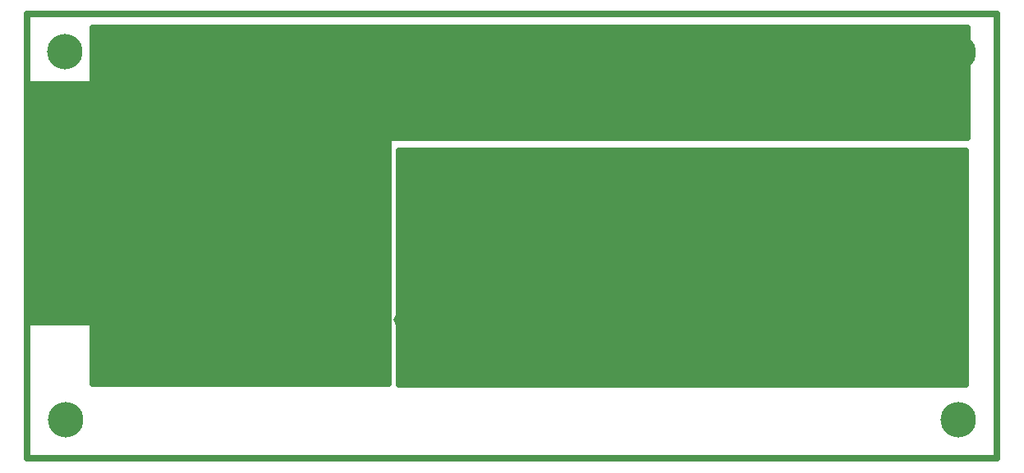
<source format=gbr>
%FSLAX23Y23*%
%MOIN*%
G04 EasyPC Gerber Version 12.0.1 Build 2704 *
%ADD126R,0.08000X0.08000*%
%ADD86C,0.02500*%
%ADD87C,0.03000*%
%ADD127C,0.05189*%
%ADD92C,0.05200*%
%ADD125C,0.08000*%
%ADD124C,0.14402*%
X0Y0D02*
D02*
D86*
X3Y3D02*
X3937D01*
Y1811*
X3*
Y3*
X268Y1756D02*
Y1524D01*
X18*
Y558*
X268*
Y308*
X1468*
Y1308*
X3818*
Y1756*
X268*
X46Y1413D02*
X47Y1422D01*
X52Y1430*
X59Y1436*
X67Y1439*
X76*
X84Y1436*
X91Y1430*
X95Y1422*
X97Y1413*
X95Y1405*
X91Y1397*
X84Y1391*
X76Y1388*
X67*
X59Y1391*
X52Y1397*
X47Y1405*
X46Y1413*
X184Y812D02*
X186Y820D01*
X190Y828*
X196Y835*
X204Y839*
X213Y840*
X222Y839*
X230Y835*
X236Y828*
X240Y820*
X241Y812*
X240Y803*
X236Y795*
X230Y789*
X222Y785*
X213Y783*
X204Y785*
X196Y789*
X190Y795*
X186Y803*
X184Y812*
X230Y1272D02*
X231Y1281D01*
X235Y1288*
X242Y1295*
X250Y1299*
X258Y1300*
X267Y1299*
X275Y1295*
X281Y1288*
X285Y1281*
X287Y1272*
X285Y1263*
X281Y1255*
X275Y1249*
X267Y1245*
X258Y1243*
X250Y1245*
X242Y1249*
X235Y1255*
X231Y1263*
X230Y1272*
X296Y1189D02*
X297Y1198D01*
X302Y1205*
X309Y1211*
X317Y1214*
X326*
X334Y1211*
X341Y1205*
X345Y1198*
X347Y1189*
X345Y1180*
X341Y1173*
X334Y1167*
X326Y1164*
X317*
X309Y1167*
X302Y1173*
X297Y1180*
X296Y1189*
X383Y1323D02*
X384Y1332D01*
X389Y1339*
X395Y1345*
X404Y1348*
X412*
X421Y1345*
X428Y1339*
X432Y1332*
X433Y1323*
X432Y1314*
X428Y1307*
X421Y1301*
X412Y1298*
X404*
X395Y1301*
X389Y1307*
X384Y1314*
X383Y1323*
X398Y1607D02*
X393Y1600D01*
X386Y1595*
X377Y1593*
X369Y1594*
X361Y1597*
X355Y1603*
X351Y1611*
X350Y1619*
X351Y1627*
X355Y1635*
X362Y1640*
X369Y1644*
X378Y1644*
X386Y1642*
X393Y1637*
X398Y1630*
X403Y1637*
X409Y1643*
X417Y1646*
X426Y1647*
X434Y1645*
X441Y1640*
X447Y1634*
X451Y1627*
X452Y1618*
X451Y1610*
X447Y1602*
X441Y1596*
X434Y1592*
X425Y1590*
X417Y1591*
X409Y1594*
X402Y1599*
X398Y1607*
X418Y1366D02*
X420Y1375D01*
X424Y1383*
X431Y1388*
X439Y1391*
X448*
X456Y1388*
X463Y1383*
X467Y1375*
X469Y1366*
X467Y1358*
X463Y1350*
X456Y1344*
X448Y1341*
X439*
X431Y1344*
X424Y1350*
X420Y1358*
X418Y1366*
X423Y1280D02*
X424Y1288D01*
X428Y1296*
X435Y1303*
X443Y1307*
X451Y1308*
X460Y1307*
X468Y1303*
X474Y1296*
X478Y1288*
X480Y1280*
X478Y1271*
X474Y1263*
X468Y1257*
X460Y1253*
X451Y1251*
X443Y1253*
X435Y1257*
X428Y1263*
X424Y1271*
X423Y1280*
X424Y772D02*
X434Y771D01*
X444Y767*
X452Y761*
X458Y753*
X462Y743*
X463Y733*
X462Y723*
X458Y713*
X452Y705*
X444Y699*
X434Y695*
X424Y693*
X414Y695*
X404Y699*
X396Y705*
X390Y713*
X386Y723*
X384Y733*
X386Y743*
X390Y753*
X396Y761*
X404Y767*
X414Y771*
X424Y772*
X509Y1284D02*
X510Y1292D01*
X515Y1300*
X521Y1306*
X530Y1309*
X538*
X547Y1306*
X553Y1300*
X558Y1292*
X559Y1284*
X558Y1275*
X553Y1267*
X547Y1262*
X538Y1258*
X530*
X521Y1262*
X515Y1267*
X510Y1275*
X509Y1284*
X524Y772D02*
X534Y771D01*
X544Y767*
X552Y761*
X558Y753*
X562Y743*
X563Y733*
X562Y723*
X558Y713*
X552Y705*
X544Y699*
X534Y695*
X524Y693*
X514Y695*
X504Y699*
X496Y705*
X490Y713*
X486Y723*
X484Y733*
X486Y743*
X490Y753*
X496Y761*
X504Y767*
X514Y771*
X524Y772*
X530Y851D02*
X519Y852D01*
X510Y856*
X502Y863*
X495Y871*
X492Y880*
X490Y890*
X492Y901*
X495Y910*
X502Y918*
X510Y925*
X519Y929*
X530Y930*
X540Y929*
X549Y925*
X558Y918*
X564Y910*
X568Y901*
X569Y890*
X568Y880*
X564Y871*
X558Y862*
X549Y856*
X540Y852*
X530Y851*
X556Y1402D02*
X557Y1410D01*
X562Y1418*
X569Y1424*
X577Y1427*
X586*
X594Y1424*
X601Y1418*
X605Y1410*
X607Y1402*
X605Y1393*
X601Y1385*
X594Y1380*
X586Y1377*
X577*
X569Y1380*
X562Y1385*
X557Y1393*
X556Y1402*
Y1457D02*
X557Y1465D01*
X562Y1473*
X569Y1479*
X577Y1482*
X586*
X594Y1479*
X601Y1473*
X605Y1465*
X607Y1457*
X605Y1448*
X601Y1440*
X594Y1435*
X586Y1432*
X577*
X569Y1435*
X562Y1440*
X557Y1448*
X556Y1457*
X588Y953D02*
X590Y962D01*
X594Y970*
X600Y976*
X608Y980*
X617Y981*
X625Y980*
X633Y976*
X640Y970*
X644Y962*
X645Y953*
X644Y944*
X640Y936*
X633Y930*
X625Y926*
X617Y924*
X608Y926*
X600Y930*
X594Y936*
X590Y944*
X588Y953*
X622Y575D02*
X624Y584D01*
X628Y592*
X634Y598*
X642Y603*
X651Y604*
X660Y603*
X668Y598*
X674Y592*
X678Y584*
X679Y575*
X678Y567*
X674Y559*
X668Y552*
X660Y548*
X651Y547*
X642Y548*
X634Y552*
X628Y559*
X624Y567*
X622Y575*
X645Y1599D02*
X647Y1608D01*
X651Y1615*
X658Y1621*
X666Y1624*
X675*
X683Y1621*
X690Y1615*
X695Y1608*
X696Y1599*
X695Y1590*
X690Y1583*
X683Y1577*
X675Y1574*
X666*
X658Y1577*
X651Y1583*
X647Y1590*
X645Y1599*
X666Y380D02*
X668Y389D01*
X672Y396*
X679Y402*
X687Y405*
X696*
X704Y402*
X711Y396*
X715Y389*
X717Y380*
X715Y371*
X711Y364*
X704Y358*
X696Y355*
X687*
X679Y358*
X672Y364*
X668Y371*
X666Y380*
X701Y1461D02*
X703Y1470D01*
X707Y1478*
X713Y1484*
X721Y1488*
X730Y1490*
X738Y1488*
X746Y1484*
X753Y1478*
X757Y1470*
X758Y1461*
X757Y1453*
X753Y1445*
X746Y1438*
X738Y1434*
X730Y1433*
X721Y1434*
X713Y1438*
X707Y1445*
X703Y1453*
X701Y1461*
X704Y1520D02*
X706Y1529D01*
X710Y1537*
X717Y1542*
X725Y1545*
X734*
X742Y1542*
X749Y1537*
X754Y1529*
X755Y1520*
X754Y1512*
X749Y1504*
X742Y1498*
X734Y1495*
X725*
X717Y1498*
X710Y1504*
X706Y1512*
X704Y1520*
X730Y851D02*
X719Y852D01*
X710Y856*
X702Y863*
X695Y871*
X692Y880*
X690Y890*
X692Y901*
X695Y910*
X702Y918*
X710Y925*
X719Y929*
X730Y930*
X740Y929*
X749Y925*
X758Y918*
X764Y910*
X768Y901*
X769Y890*
X768Y880*
X764Y871*
X758Y862*
X749Y856*
X740Y852*
X730Y851*
X918Y949D02*
X919Y958D01*
X923Y966*
X929Y972*
X937Y977*
X946Y978*
X955Y977*
X963Y972*
X969Y966*
X973Y958*
X975Y949*
X973Y941*
X969Y933*
X963Y926*
X955Y922*
X946Y921*
X937Y922*
X929Y926*
X923Y933*
X919Y941*
X918Y949*
X926Y1638D02*
Y1717D01*
X1005*
Y1638*
X926*
X1026D02*
Y1717D01*
X1105*
Y1638*
X1026*
X1126D02*
Y1717D01*
X1205*
Y1638*
X1126*
X1223Y1635D02*
Y1720D01*
X1308*
Y1635*
X1223*
X1275Y910D02*
X1277Y919D01*
X1281Y926*
X1288Y932*
X1296Y935*
X1305*
X1313Y932*
X1320Y926*
X1324Y919*
X1326Y910*
X1324Y901*
X1320Y894*
X1313Y888*
X1305Y885*
X1296*
X1288Y888*
X1281Y894*
X1277Y901*
X1275Y910*
X1346Y1048D02*
X1347Y1057D01*
X1351Y1065*
X1358Y1071*
X1366Y1075*
X1374Y1076*
X1383Y1075*
X1391Y1071*
X1397Y1065*
X1401Y1057*
X1403Y1048*
X1401Y1039*
X1397Y1031*
X1391Y1025*
X1383Y1021*
X1374Y1019*
X1366Y1021*
X1358Y1025*
X1351Y1031*
X1347Y1039*
X1346Y1048*
X1558Y1720D02*
Y1635D01*
X1473*
Y1720*
X1558*
X1655Y1717D02*
Y1638D01*
X1576*
Y1717*
X1655*
X1912Y1720D02*
Y1635D01*
X1827*
Y1720*
X1912*
X2009Y1717D02*
Y1638D01*
X1930*
Y1717*
X2009*
X2267Y1720D02*
Y1635D01*
X2182*
Y1720*
X2267*
X2364Y1717D02*
Y1638D01*
X2285*
Y1717*
X2364*
X2621Y1720D02*
Y1635D01*
X2536*
Y1720*
X2621*
X2718Y1717D02*
Y1638D01*
X2639*
Y1717*
X2718*
X2956Y1720D02*
Y1635D01*
X2871*
Y1720*
X2956*
X3053Y1717D02*
Y1638D01*
X2974*
Y1717*
X3053*
X3512Y1716D02*
Y1631D01*
X3427*
Y1716*
X3512*
X3609Y1713D02*
Y1634D01*
X3530*
Y1713*
X3609*
X268Y330D02*
X1468D01*
X268Y353D02*
X1468D01*
X268Y376D02*
X666D01*
X717D02*
X1468D01*
X268Y399D02*
X674D01*
X709D02*
X1468D01*
X268Y422D02*
X1468D01*
X268Y445D02*
X1468D01*
X268Y468D02*
X1468D01*
X268Y491D02*
X1468D01*
X268Y514D02*
X1468D01*
X268Y537D02*
X1468D01*
X18Y560D02*
X627D01*
X675D02*
X1468D01*
X18Y583D02*
X623D01*
X678D02*
X1468D01*
X18Y606D02*
X1468D01*
X18Y629D02*
X1468D01*
X18Y652D02*
X1468D01*
X18Y675D02*
X1468D01*
X18Y698D02*
X406D01*
X442D02*
X506D01*
X542D02*
X1468D01*
X18Y721D02*
X386D01*
X461D02*
X486D01*
X561D02*
X1468D01*
X18Y744D02*
X386D01*
X462D02*
X486D01*
X562D02*
X1468D01*
X18Y767D02*
X403D01*
X444D02*
X503D01*
X544D02*
X1468D01*
X18Y790D02*
X195D01*
X231D02*
X1468D01*
X18Y813D02*
X185D01*
X241D02*
X1468D01*
X18Y836D02*
X198D01*
X228D02*
X1468D01*
X18Y859D02*
X506D01*
X553D02*
X706D01*
X753D02*
X1468D01*
X18Y882D02*
X491D01*
X568D02*
X691D01*
X768D02*
X1468D01*
X18Y905D02*
X493D01*
X566D02*
X693D01*
X766D02*
X1276D01*
X1325D02*
X1468D01*
X18Y928D02*
X517D01*
X543D02*
X603D01*
X630D02*
X717D01*
X743D02*
X928D01*
X964D02*
X1282D01*
X1319D02*
X1468D01*
X18Y951D02*
X588D01*
X645D02*
X918D01*
X975D02*
X1468D01*
X18Y974D02*
X597D01*
X636D02*
X931D01*
X961D02*
X1468D01*
X18Y997D02*
X1468D01*
X18Y1020D02*
X1371D01*
X1378D02*
X1468D01*
X18Y1043D02*
X1346D01*
X1402D02*
X1468D01*
X18Y1066D02*
X1352D01*
X1397D02*
X1468D01*
X18Y1089D02*
X1468D01*
X18Y1112D02*
X1468D01*
X18Y1135D02*
X1468D01*
X18Y1158D02*
X1468D01*
X18Y1181D02*
X297D01*
X345D02*
X1468D01*
X18Y1204D02*
X301D01*
X342D02*
X1468D01*
X18Y1227D02*
X1468D01*
X18Y1250D02*
X240D01*
X276D02*
X1468D01*
X18Y1273D02*
X230D01*
X287D02*
X424D01*
X479D02*
X511D01*
X557D02*
X1468D01*
X18Y1296D02*
X243D01*
X274D02*
X428D01*
X475D02*
X512D01*
X556D02*
X1468D01*
X18Y1319D02*
X383D01*
X433D02*
X3818D01*
X18Y1342D02*
X391D01*
X425D02*
X437D01*
X450D02*
X3818D01*
X18Y1365D02*
X418D01*
X469D02*
X3818D01*
X18Y1388D02*
X430D01*
X457D02*
X560D01*
X603D02*
X3818D01*
X18Y1411D02*
X46D01*
X97D02*
X557D01*
X605D02*
X3818D01*
X18Y1434D02*
X56D01*
X87D02*
X570D01*
X592D02*
X723D01*
X737D02*
X3818D01*
X18Y1457D02*
X556D01*
X607D02*
X702D01*
X758D02*
X3818D01*
X18Y1480D02*
X570D01*
X592D02*
X708D01*
X751D02*
X3818D01*
X18Y1503D02*
X711D01*
X748D02*
X3818D01*
X268Y1526D02*
X705D01*
X755D02*
X3818D01*
X268Y1549D02*
X3818D01*
X268Y1572D02*
X3818D01*
X268Y1595D02*
X367D01*
X384D02*
X408D01*
X440D02*
X646D01*
X696D02*
X3818D01*
X268Y1618D02*
X350D01*
X452D02*
X653D01*
X688D02*
X3818D01*
X268Y1641D02*
X362D01*
X388D02*
X406D01*
X441D02*
X926D01*
X1005D02*
X1026D01*
X1105D02*
X1126D01*
X1205D02*
X1223D01*
X1308D02*
X1473D01*
X1558D02*
X1576D01*
X1655D02*
X1827D01*
X1912D02*
X1930D01*
X2009D02*
X2182D01*
X2267D02*
X2285D01*
X2364D02*
X2536D01*
X2621D02*
X2639D01*
X2718D02*
X2871D01*
X2956D02*
X2974D01*
X3053D02*
X3427D01*
X3512D02*
X3530D01*
X3609D02*
X3818D01*
X268Y1664D02*
X926D01*
X1005D02*
X1026D01*
X1105D02*
X1126D01*
X1205D02*
X1223D01*
X1308D02*
X1473D01*
X1558D02*
X1576D01*
X1655D02*
X1827D01*
X1912D02*
X1930D01*
X2009D02*
X2182D01*
X2267D02*
X2285D01*
X2364D02*
X2536D01*
X2621D02*
X2639D01*
X2718D02*
X2871D01*
X2956D02*
X2974D01*
X3053D02*
X3427D01*
X3512D02*
X3530D01*
X3609D02*
X3818D01*
X268Y1687D02*
X926D01*
X1005D02*
X1026D01*
X1105D02*
X1126D01*
X1205D02*
X1223D01*
X1308D02*
X1473D01*
X1558D02*
X1576D01*
X1655D02*
X1827D01*
X1912D02*
X1930D01*
X2009D02*
X2182D01*
X2267D02*
X2285D01*
X2364D02*
X2536D01*
X2621D02*
X2639D01*
X2718D02*
X2871D01*
X2956D02*
X2974D01*
X3053D02*
X3427D01*
X3512D02*
X3530D01*
X3609D02*
X3818D01*
X268Y1710D02*
X926D01*
X1005D02*
X1026D01*
X1105D02*
X1126D01*
X1205D02*
X1223D01*
X1308D02*
X1473D01*
X1558D02*
X1576D01*
X1655D02*
X1827D01*
X1912D02*
X1930D01*
X2009D02*
X2182D01*
X2267D02*
X2285D01*
X2364D02*
X2536D01*
X2621D02*
X2639D01*
X2718D02*
X2871D01*
X2956D02*
X2974D01*
X3053D02*
X3427D01*
X3512D02*
X3530D01*
X3609D02*
X3818D01*
X268Y1733D02*
X3818D01*
X1512Y542D02*
Y306D01*
X3812*
Y1256*
X1512*
Y592*
X1520Y592*
X1528Y588*
X1534Y583*
X1538Y575*
X1540Y567*
X1538Y559*
X1534Y551*
X1528Y546*
X1520Y542*
X1512Y542*
X1536Y536D02*
X1538Y544D01*
X1542Y552*
X1549Y558*
X1557Y561*
X1566*
X1574Y558*
X1581Y552*
X1585Y544*
X1587Y536*
X1585Y527*
X1581Y519*
X1574Y513*
X1566Y510*
X1557*
X1549Y513*
X1542Y519*
X1538Y527*
X1536Y536*
X1610Y364D02*
Y443D01*
X1689*
Y364*
X1610*
X1685Y1048D02*
X1687Y1057D01*
X1691Y1065*
X1697Y1071*
X1705Y1075*
X1714Y1076*
X1723Y1075*
X1731Y1071*
X1737Y1065*
X1741Y1057*
X1742Y1048*
X1741Y1039*
X1737Y1031*
X1731Y1025*
X1723Y1021*
X1714Y1019*
X1705Y1021*
X1697Y1025*
X1691Y1031*
X1687Y1039*
X1685Y1048*
X1710Y364D02*
Y443D01*
X1789*
Y364*
X1710*
X1750Y768D02*
X1751Y777D01*
X1755Y785*
X1761Y791*
X1769Y795*
X1778Y796*
X1787Y795*
X1795Y791*
X1801Y785*
X1805Y777*
X1807Y768*
X1805Y759*
X1801Y751*
X1795Y745*
X1787Y741*
X1778Y739*
X1769Y741*
X1761Y745*
X1755Y751*
X1751Y759*
X1750Y768*
X2035Y826D02*
X2036Y835D01*
X2040Y843*
X2047Y849*
X2055Y854*
X2063Y855*
X2072Y854*
X2080Y849*
X2086Y843*
X2090Y835*
X2092Y826*
X2090Y818*
X2086Y810*
X2080Y803*
X2072Y799*
X2063Y798*
X2055Y799*
X2047Y803*
X2040Y810*
X2036Y818*
X2035Y826*
X2059Y388D02*
X2061Y397D01*
X2065Y405*
X2071Y411*
X2079Y416*
X2088Y417*
X2097Y416*
X2105Y411*
X2111Y405*
X2115Y397*
X2116Y388*
X2115Y380*
X2111Y372*
X2105Y365*
X2097Y361*
X2088Y360*
X2079Y361*
X2071Y365*
X2065Y372*
X2061Y380*
X2059Y388*
X2186Y1182D02*
X2188Y1193D01*
X2192Y1203*
X2199Y1212*
X2207Y1219*
X2218Y1223*
X2229Y1225*
X2240Y1223*
X2250Y1219*
X2259Y1212*
X2265Y1203*
X2270Y1193*
X2271Y1182*
X2270Y1171*
X2265Y1161*
X2259Y1152*
X2250Y1145*
X2240Y1141*
X2229Y1140*
X2218Y1141*
X2207Y1145*
X2199Y1152*
X2192Y1161*
X2188Y1171*
X2186Y1182*
X2189Y382D02*
X2191Y392D01*
X2194Y402*
X2201Y410*
X2209Y416*
X2218Y420*
X2229Y422*
X2239Y420*
X2248Y416*
X2257Y410*
X2263Y402*
X2267Y392*
X2268Y382*
X2267Y372*
X2263Y362*
X2257Y354*
X2248Y348*
X2239Y344*
X2229Y343*
X2218Y344*
X2209Y348*
X2201Y354*
X2194Y362*
X2191Y372*
X2189Y382*
X2289D02*
X2291Y392D01*
X2294Y402*
X2301Y410*
X2309Y416*
X2318Y420*
X2329Y422*
X2339Y420*
X2348Y416*
X2357Y410*
X2363Y402*
X2367Y392*
X2368Y382*
X2367Y372*
X2363Y362*
X2357Y354*
X2348Y348*
X2339Y344*
X2329Y343*
X2318Y344*
X2309Y348*
X2301Y354*
X2294Y362*
X2291Y372*
X2289Y382*
Y1182D02*
X2291Y1192D01*
X2294Y1202*
X2301Y1210*
X2309Y1216*
X2318Y1220*
X2329Y1222*
X2339Y1220*
X2348Y1216*
X2357Y1210*
X2363Y1202*
X2367Y1192*
X2368Y1182*
X2367Y1172*
X2363Y1162*
X2357Y1154*
X2348Y1148*
X2339Y1144*
X2329Y1143*
X2318Y1144*
X2309Y1148*
X2301Y1154*
X2294Y1162*
X2291Y1172*
X2289Y1182*
X2389Y382D02*
X2391Y392D01*
X2394Y402*
X2401Y410*
X2409Y416*
X2418Y420*
X2429Y422*
X2439Y420*
X2448Y416*
X2457Y410*
X2463Y402*
X2467Y392*
X2468Y382*
X2467Y372*
X2463Y362*
X2457Y354*
X2448Y348*
X2439Y344*
X2429Y343*
X2418Y344*
X2409Y348*
X2401Y354*
X2394Y362*
X2391Y372*
X2389Y382*
Y1182D02*
X2391Y1192D01*
X2394Y1202*
X2401Y1210*
X2409Y1216*
X2418Y1220*
X2429Y1222*
X2439Y1220*
X2448Y1216*
X2457Y1210*
X2463Y1202*
X2467Y1192*
X2468Y1182*
X2467Y1172*
X2463Y1162*
X2457Y1154*
X2448Y1148*
X2439Y1144*
X2429Y1143*
X2418Y1144*
X2409Y1148*
X2401Y1154*
X2394Y1162*
X2391Y1172*
X2389Y1182*
X2489Y382D02*
X2491Y392D01*
X2494Y402*
X2501Y410*
X2509Y416*
X2518Y420*
X2529Y422*
X2539Y420*
X2548Y416*
X2557Y410*
X2563Y402*
X2567Y392*
X2568Y382*
X2567Y372*
X2563Y362*
X2557Y354*
X2548Y348*
X2539Y344*
X2529Y343*
X2518Y344*
X2509Y348*
X2501Y354*
X2494Y362*
X2491Y372*
X2489Y382*
Y1182D02*
X2491Y1192D01*
X2494Y1202*
X2501Y1210*
X2509Y1216*
X2518Y1220*
X2529Y1222*
X2539Y1220*
X2548Y1216*
X2557Y1210*
X2563Y1202*
X2567Y1192*
X2568Y1182*
X2567Y1172*
X2563Y1162*
X2557Y1154*
X2548Y1148*
X2539Y1144*
X2529Y1143*
X2518Y1144*
X2509Y1148*
X2501Y1154*
X2494Y1162*
X2491Y1172*
X2489Y1182*
X2589Y382D02*
X2591Y392D01*
X2594Y402*
X2601Y410*
X2609Y416*
X2618Y420*
X2629Y422*
X2639Y420*
X2648Y416*
X2657Y410*
X2663Y402*
X2667Y392*
X2668Y382*
X2667Y372*
X2663Y362*
X2657Y354*
X2648Y348*
X2639Y344*
X2629Y343*
X2618Y344*
X2609Y348*
X2601Y354*
X2594Y362*
X2591Y372*
X2589Y382*
Y1182D02*
X2591Y1192D01*
X2594Y1202*
X2601Y1210*
X2609Y1216*
X2618Y1220*
X2629Y1222*
X2639Y1220*
X2648Y1216*
X2657Y1210*
X2663Y1202*
X2667Y1192*
X2668Y1182*
X2667Y1172*
X2663Y1162*
X2657Y1154*
X2648Y1148*
X2639Y1144*
X2629Y1143*
X2618Y1144*
X2609Y1148*
X2601Y1154*
X2594Y1162*
X2591Y1172*
X2589Y1182*
X2689Y382D02*
X2691Y392D01*
X2694Y402*
X2701Y410*
X2709Y416*
X2718Y420*
X2729Y422*
X2739Y420*
X2748Y416*
X2757Y410*
X2763Y402*
X2767Y392*
X2768Y382*
X2767Y372*
X2763Y362*
X2757Y354*
X2748Y348*
X2739Y344*
X2729Y343*
X2718Y344*
X2709Y348*
X2701Y354*
X2694Y362*
X2691Y372*
X2689Y382*
Y1182D02*
X2691Y1192D01*
X2694Y1202*
X2701Y1210*
X2709Y1216*
X2718Y1220*
X2729Y1222*
X2739Y1220*
X2748Y1216*
X2757Y1210*
X2763Y1202*
X2767Y1192*
X2768Y1182*
X2767Y1172*
X2763Y1162*
X2757Y1154*
X2748Y1148*
X2739Y1144*
X2729Y1143*
X2718Y1144*
X2709Y1148*
X2701Y1154*
X2694Y1162*
X2691Y1172*
X2689Y1182*
X2789Y382D02*
X2791Y392D01*
X2794Y402*
X2801Y410*
X2809Y416*
X2818Y420*
X2829Y422*
X2839Y420*
X2848Y416*
X2857Y410*
X2863Y402*
X2867Y392*
X2868Y382*
X2867Y372*
X2863Y362*
X2857Y354*
X2848Y348*
X2839Y344*
X2829Y343*
X2818Y344*
X2809Y348*
X2801Y354*
X2794Y362*
X2791Y372*
X2789Y382*
Y1182D02*
X2791Y1192D01*
X2794Y1202*
X2801Y1210*
X2809Y1216*
X2818Y1220*
X2829Y1222*
X2839Y1220*
X2848Y1216*
X2857Y1210*
X2863Y1202*
X2867Y1192*
X2868Y1182*
X2867Y1172*
X2863Y1162*
X2857Y1154*
X2848Y1148*
X2839Y1144*
X2829Y1143*
X2818Y1144*
X2809Y1148*
X2801Y1154*
X2794Y1162*
X2791Y1172*
X2789Y1182*
X2889Y382D02*
X2891Y392D01*
X2894Y402*
X2901Y410*
X2909Y416*
X2918Y420*
X2929Y422*
X2939Y420*
X2948Y416*
X2957Y410*
X2963Y402*
X2967Y392*
X2968Y382*
X2967Y372*
X2963Y362*
X2957Y354*
X2948Y348*
X2939Y344*
X2929Y343*
X2918Y344*
X2909Y348*
X2901Y354*
X2894Y362*
X2891Y372*
X2889Y382*
Y1182D02*
X2891Y1192D01*
X2894Y1202*
X2901Y1210*
X2909Y1216*
X2918Y1220*
X2929Y1222*
X2939Y1220*
X2948Y1216*
X2957Y1210*
X2963Y1202*
X2967Y1192*
X2968Y1182*
X2967Y1172*
X2963Y1162*
X2957Y1154*
X2948Y1148*
X2939Y1144*
X2929Y1143*
X2918Y1144*
X2909Y1148*
X2901Y1154*
X2894Y1162*
X2891Y1172*
X2889Y1182*
X2989Y382D02*
X2991Y392D01*
X2994Y402*
X3001Y410*
X3009Y416*
X3018Y420*
X3029Y422*
X3039Y420*
X3048Y416*
X3057Y410*
X3063Y402*
X3067Y392*
X3068Y382*
X3067Y372*
X3063Y362*
X3057Y354*
X3048Y348*
X3039Y344*
X3029Y343*
X3018Y344*
X3009Y348*
X3001Y354*
X2994Y362*
X2991Y372*
X2989Y382*
Y1182D02*
X2991Y1192D01*
X2994Y1202*
X3001Y1210*
X3009Y1216*
X3018Y1220*
X3029Y1222*
X3039Y1220*
X3048Y1216*
X3057Y1210*
X3063Y1202*
X3067Y1192*
X3068Y1182*
X3067Y1172*
X3063Y1162*
X3057Y1154*
X3048Y1148*
X3039Y1144*
X3029Y1143*
X3018Y1144*
X3009Y1148*
X3001Y1154*
X2994Y1162*
X2991Y1172*
X2989Y1182*
X3089Y382D02*
X3091Y392D01*
X3094Y402*
X3101Y410*
X3109Y416*
X3118Y420*
X3129Y422*
X3139Y420*
X3148Y416*
X3157Y410*
X3163Y402*
X3167Y392*
X3168Y382*
X3167Y372*
X3163Y362*
X3157Y354*
X3148Y348*
X3139Y344*
X3129Y343*
X3118Y344*
X3109Y348*
X3101Y354*
X3094Y362*
X3091Y372*
X3089Y382*
Y1182D02*
X3091Y1192D01*
X3094Y1202*
X3101Y1210*
X3109Y1216*
X3118Y1220*
X3129Y1222*
X3139Y1220*
X3148Y1216*
X3157Y1210*
X3163Y1202*
X3167Y1192*
X3168Y1182*
X3167Y1172*
X3163Y1162*
X3157Y1154*
X3148Y1148*
X3139Y1144*
X3129Y1143*
X3118Y1144*
X3109Y1148*
X3101Y1154*
X3094Y1162*
X3091Y1172*
X3089Y1182*
X3189Y382D02*
X3191Y392D01*
X3194Y402*
X3201Y410*
X3209Y416*
X3218Y420*
X3229Y422*
X3239Y420*
X3248Y416*
X3257Y410*
X3263Y402*
X3267Y392*
X3268Y382*
X3267Y372*
X3263Y362*
X3257Y354*
X3248Y348*
X3239Y344*
X3229Y343*
X3218Y344*
X3209Y348*
X3201Y354*
X3194Y362*
X3191Y372*
X3189Y382*
Y1182D02*
X3191Y1192D01*
X3194Y1202*
X3201Y1210*
X3209Y1216*
X3218Y1220*
X3229Y1222*
X3239Y1220*
X3248Y1216*
X3257Y1210*
X3263Y1202*
X3267Y1192*
X3268Y1182*
X3267Y1172*
X3263Y1162*
X3257Y1154*
X3248Y1148*
X3239Y1144*
X3229Y1143*
X3218Y1144*
X3209Y1148*
X3201Y1154*
X3194Y1162*
X3191Y1172*
X3189Y1182*
X3289Y382D02*
X3291Y392D01*
X3294Y402*
X3301Y410*
X3309Y416*
X3318Y420*
X3329Y422*
X3339Y420*
X3348Y416*
X3357Y410*
X3363Y402*
X3367Y392*
X3368Y382*
X3367Y372*
X3363Y362*
X3357Y354*
X3348Y348*
X3339Y344*
X3329Y343*
X3318Y344*
X3309Y348*
X3301Y354*
X3294Y362*
X3291Y372*
X3289Y382*
Y1182D02*
X3291Y1192D01*
X3294Y1202*
X3301Y1210*
X3309Y1216*
X3318Y1220*
X3329Y1222*
X3339Y1220*
X3348Y1216*
X3357Y1210*
X3363Y1202*
X3367Y1192*
X3368Y1182*
X3367Y1172*
X3363Y1162*
X3357Y1154*
X3348Y1148*
X3339Y1144*
X3329Y1143*
X3318Y1144*
X3309Y1148*
X3301Y1154*
X3294Y1162*
X3291Y1172*
X3289Y1182*
X3389Y382D02*
X3391Y392D01*
X3394Y402*
X3401Y410*
X3409Y416*
X3418Y420*
X3429Y422*
X3439Y420*
X3448Y416*
X3457Y410*
X3463Y402*
X3467Y392*
X3468Y382*
X3467Y372*
X3463Y362*
X3457Y354*
X3448Y348*
X3439Y344*
X3429Y343*
X3418Y344*
X3409Y348*
X3401Y354*
X3394Y362*
X3391Y372*
X3389Y382*
Y1182D02*
X3391Y1192D01*
X3394Y1202*
X3401Y1210*
X3409Y1216*
X3418Y1220*
X3429Y1222*
X3439Y1220*
X3448Y1216*
X3457Y1210*
X3463Y1202*
X3467Y1192*
X3468Y1182*
X3467Y1172*
X3463Y1162*
X3457Y1154*
X3448Y1148*
X3439Y1144*
X3429Y1143*
X3418Y1144*
X3409Y1148*
X3401Y1154*
X3394Y1162*
X3391Y1172*
X3389Y1182*
X3489Y382D02*
X3491Y392D01*
X3494Y402*
X3501Y410*
X3509Y416*
X3518Y420*
X3529Y422*
X3539Y420*
X3548Y416*
X3557Y410*
X3563Y402*
X3567Y392*
X3568Y382*
X3567Y372*
X3563Y362*
X3557Y354*
X3548Y348*
X3539Y344*
X3529Y343*
X3518Y344*
X3509Y348*
X3501Y354*
X3494Y362*
X3491Y372*
X3489Y382*
Y1182D02*
X3491Y1192D01*
X3494Y1202*
X3501Y1210*
X3509Y1216*
X3518Y1220*
X3529Y1222*
X3539Y1220*
X3548Y1216*
X3557Y1210*
X3563Y1202*
X3567Y1192*
X3568Y1182*
X3567Y1172*
X3563Y1162*
X3557Y1154*
X3548Y1148*
X3539Y1144*
X3529Y1143*
X3518Y1144*
X3509Y1148*
X3501Y1154*
X3494Y1162*
X3491Y1172*
X3489Y1182*
X3586Y382D02*
X3588Y393D01*
X3592Y403*
X3599Y412*
X3607Y419*
X3618Y423*
X3629Y425*
X3640Y423*
X3650Y419*
X3659Y412*
X3665Y403*
X3670Y393*
X3671Y382*
X3670Y371*
X3665Y361*
X3659Y352*
X3650Y345*
X3640Y341*
X3629Y340*
X3618Y341*
X3607Y345*
X3599Y352*
X3592Y361*
X3588Y371*
X3586Y382*
X3589Y1182D02*
X3591Y1192D01*
X3594Y1202*
X3601Y1210*
X3609Y1216*
X3618Y1220*
X3629Y1222*
X3639Y1220*
X3648Y1216*
X3657Y1210*
X3663Y1202*
X3667Y1192*
X3668Y1182*
X3667Y1172*
X3663Y1162*
X3657Y1154*
X3648Y1148*
X3639Y1144*
X3629Y1143*
X3618Y1144*
X3609Y1148*
X3601Y1154*
X3594Y1162*
X3591Y1172*
X3589Y1182*
X3686D02*
X3688Y1193D01*
X3692Y1203*
X3699Y1212*
X3707Y1219*
X3718Y1223*
X3729Y1225*
X3740Y1223*
X3750Y1219*
X3759Y1212*
X3765Y1203*
X3770Y1193*
X3771Y1182*
X3770Y1171*
X3765Y1161*
X3759Y1152*
X3750Y1145*
X3740Y1141*
X3729Y1140*
X3718Y1141*
X3707Y1145*
X3699Y1152*
X3692Y1161*
X3688Y1171*
X3686Y1182*
X3689Y382D02*
X3691Y392D01*
X3694Y402*
X3701Y410*
X3709Y416*
X3718Y420*
X3729Y422*
X3739Y420*
X3748Y416*
X3757Y410*
X3763Y402*
X3767Y392*
X3768Y382*
X3767Y372*
X3763Y362*
X3757Y354*
X3748Y348*
X3739Y344*
X3729Y343*
X3718Y344*
X3709Y348*
X3701Y354*
X3694Y362*
X3691Y372*
X3689Y382*
X1512Y312D02*
X3812D01*
X1512Y335D02*
X3812D01*
X1512Y358D02*
X2198D01*
X2260D02*
X2298D01*
X2360D02*
X2398D01*
X2460D02*
X2498D01*
X2560D02*
X2598D01*
X2660D02*
X2698D01*
X2760D02*
X2798D01*
X2860D02*
X2898D01*
X2960D02*
X2998D01*
X3060D02*
X3098D01*
X3160D02*
X3198D01*
X3260D02*
X3298D01*
X3360D02*
X3398D01*
X3460D02*
X3498D01*
X3560D02*
X3594D01*
X3663D02*
X3698D01*
X3760D02*
X3812D01*
X1512Y381D02*
X1610D01*
X1689D02*
X1710D01*
X1789D02*
X2061D01*
X2115D02*
X2189D01*
X2268D02*
X2289D01*
X2368D02*
X2389D01*
X2468D02*
X2489D01*
X2568D02*
X2589D01*
X2668D02*
X2689D01*
X2768D02*
X2789D01*
X2868D02*
X2889D01*
X2968D02*
X2989D01*
X3068D02*
X3089D01*
X3168D02*
X3189D01*
X3268D02*
X3289D01*
X3368D02*
X3389D01*
X3468D02*
X3489D01*
X3568D02*
X3586D01*
X3671D02*
X3689D01*
X3768D02*
X3812D01*
X1512Y404D02*
X1610D01*
X1689D02*
X1710D01*
X1789D02*
X2064D01*
X2112D02*
X2196D01*
X2262D02*
X2296D01*
X2362D02*
X2396D01*
X2462D02*
X2496D01*
X2562D02*
X2596D01*
X2662D02*
X2696D01*
X2762D02*
X2796D01*
X2862D02*
X2896D01*
X2962D02*
X2996D01*
X3062D02*
X3096D01*
X3162D02*
X3196D01*
X3262D02*
X3296D01*
X3362D02*
X3396D01*
X3462D02*
X3496D01*
X3562D02*
X3592D01*
X3665D02*
X3696D01*
X3762D02*
X3812D01*
X1512Y427D02*
X1610D01*
X1689D02*
X1710D01*
X1789D02*
X3812D01*
X1512Y450D02*
X3812D01*
X1512Y473D02*
X3812D01*
X1512Y496D02*
X3812D01*
X1512Y519D02*
X1542D01*
X1581D02*
X3812D01*
X1517Y542D02*
X1537D01*
X1586D02*
X3812D01*
X1540Y565D02*
X3812D01*
X1529Y588D02*
X3812D01*
X1512Y611D02*
X3812D01*
X1512Y634D02*
X3812D01*
X1512Y657D02*
X3812D01*
X1512Y680D02*
X3812D01*
X1512Y703D02*
X3812D01*
X1512Y726D02*
X3812D01*
X1512Y749D02*
X1757D01*
X1799D02*
X3812D01*
X1512Y772D02*
X1750D01*
X1806D02*
X3812D01*
X1512Y795D02*
X1769D01*
X1788D02*
X3812D01*
X1512Y818D02*
X2036D01*
X2090D02*
X3812D01*
X1512Y841D02*
X2039D01*
X2088D02*
X3812D01*
X1512Y864D02*
X3812D01*
X1512Y887D02*
X3812D01*
X1512Y910D02*
X3812D01*
X1512Y933D02*
X3812D01*
X1512Y956D02*
X3812D01*
X1512Y979D02*
X3812D01*
X1512Y1002D02*
X3812D01*
X1512Y1025D02*
X1698D01*
X1730D02*
X3812D01*
X1512Y1048D02*
X1685D01*
X1742D02*
X3812D01*
X1512Y1071D02*
X1697D01*
X1731D02*
X3812D01*
X1512Y1094D02*
X3812D01*
X1512Y1117D02*
X3812D01*
X1512Y1140D02*
X3812D01*
X1512Y1163D02*
X2191D01*
X2266D02*
X2294D01*
X2363D02*
X2394D01*
X2463D02*
X2494D01*
X2563D02*
X2594D01*
X2663D02*
X2694D01*
X2763D02*
X2794D01*
X2863D02*
X2894D01*
X2963D02*
X2994D01*
X3063D02*
X3094D01*
X3163D02*
X3194D01*
X3263D02*
X3294D01*
X3363D02*
X3394D01*
X3463D02*
X3494D01*
X3563D02*
X3594D01*
X3663D02*
X3691D01*
X3766D02*
X3812D01*
X1512Y1186D02*
X2186D01*
X2271D02*
X2289D01*
X2368D02*
X2389D01*
X2468D02*
X2489D01*
X2568D02*
X2589D01*
X2668D02*
X2689D01*
X2768D02*
X2789D01*
X2868D02*
X2889D01*
X2968D02*
X2989D01*
X3068D02*
X3089D01*
X3168D02*
X3189D01*
X3268D02*
X3289D01*
X3368D02*
X3389D01*
X3468D02*
X3489D01*
X3568D02*
X3589D01*
X3668D02*
X3686D01*
X3771D02*
X3812D01*
X1512Y1209D02*
X2195D01*
X2262D02*
X2299D01*
X2358D02*
X2399D01*
X2458D02*
X2499D01*
X2558D02*
X2599D01*
X2658D02*
X2699D01*
X2758D02*
X2799D01*
X2858D02*
X2899D01*
X2958D02*
X2999D01*
X3058D02*
X3099D01*
X3158D02*
X3199D01*
X3258D02*
X3299D01*
X3358D02*
X3399D01*
X3458D02*
X3499D01*
X3558D02*
X3599D01*
X3658D02*
X3695D01*
X3762D02*
X3812D01*
X1512Y1232D02*
X3812D01*
X1512Y1255D02*
X3812D01*
D02*
D87*
X202Y812D02*
X182D01*
X213Y801D02*
Y781D01*
Y823D02*
Y843D01*
X224Y812D02*
X244D01*
X247Y1272D02*
X227D01*
X258Y1261D02*
Y1241D01*
Y1283D02*
Y1303D01*
X269Y1272D02*
X289D01*
X424Y1607D02*
Y1587D01*
Y1629D02*
Y1649D01*
X435Y1618D02*
X455D01*
X440Y1280D02*
X420D01*
X451Y1269D02*
Y1249D01*
Y1291D02*
Y1311D01*
X462Y1280D02*
X482D01*
X606Y953D02*
X586D01*
X617Y942D02*
Y922D01*
Y964D02*
Y984D01*
X628Y953D02*
X648D01*
X640Y575D02*
X620D01*
X651Y565D02*
Y545D01*
Y586D02*
Y606D01*
X662Y575D02*
X682D01*
X719Y1461D02*
X699D01*
X730Y1450D02*
Y1430D01*
Y1472D02*
Y1492D01*
X741Y1461D02*
X761D01*
X935Y949D02*
X915D01*
X946Y939D02*
Y919D01*
Y960D02*
Y980D01*
X957Y949D02*
X977D01*
X1241Y1678D02*
X1221D01*
X1266Y1653D02*
Y1633D01*
Y1703D02*
Y1723D01*
X1291Y1678D02*
X1311D01*
X1363Y1048D02*
X1343D01*
X1374Y1037D02*
Y1017D01*
Y1059D02*
Y1079D01*
X1385Y1048D02*
X1405D01*
X1490Y1678D02*
X1470D01*
X1515Y1653D02*
Y1633D01*
Y1703D02*
Y1723D01*
X1540Y1678D02*
X1560D01*
X1703Y1048D02*
X1683D01*
X1714Y1037D02*
Y1017D01*
Y1059D02*
Y1079D01*
X1725Y1048D02*
X1745D01*
X1767Y768D02*
X1747D01*
X1778Y757D02*
Y737D01*
Y779D02*
Y799D01*
X1789Y768D02*
X1809D01*
X1845Y1678D02*
X1825D01*
X1870Y1653D02*
Y1633D01*
Y1703D02*
Y1723D01*
X1895Y1678D02*
X1915D01*
X2052Y826D02*
X2032D01*
X2063Y816D02*
Y796D01*
Y837D02*
Y857D01*
X2074Y826D02*
X2094D01*
X2077Y388D02*
X2057D01*
X2088Y378D02*
Y358D01*
Y399D02*
Y419D01*
X2099Y388D02*
X2119D01*
X2199Y1678D02*
X2179D01*
X2204Y1182D02*
X2184D01*
X2224Y1653D02*
Y1633D01*
Y1703D02*
Y1723D01*
X2229Y1157D02*
Y1137D01*
Y1207D02*
Y1227D01*
X2249Y1678D02*
X2269D01*
X2254Y1182D02*
X2274D01*
X2553Y1678D02*
X2533D01*
X2578Y1653D02*
Y1633D01*
Y1703D02*
Y1723D01*
X2603Y1678D02*
X2623D01*
X2888D02*
X2868D01*
X2913Y1653D02*
Y1633D01*
Y1703D02*
Y1723D01*
X2938Y1678D02*
X2958D01*
X3444Y1673D02*
X3424D01*
X3469Y1648D02*
Y1628D01*
Y1698D02*
Y1718D01*
X3494Y1673D02*
X3514D01*
X3604Y382D02*
X3584D01*
X3629Y357D02*
Y337D01*
Y407D02*
Y427D01*
X3654Y382D02*
X3674D01*
X3704Y1182D02*
X3684D01*
X3729Y1157D02*
Y1137D01*
Y1207D02*
Y1227D01*
X3754Y1182D02*
X3774D01*
D02*
D92*
X71Y1413D03*
X691Y380D03*
X1778Y768D03*
D02*
D124*
X156Y1657D03*
X159Y162D03*
X3781D03*
X3782Y1653D03*
D02*
D125*
X424Y733D03*
X524D03*
X530Y890D03*
X730D03*
X2229Y382D03*
Y1182D03*
X2329Y382D03*
Y1182D03*
X2429Y382D03*
Y1182D03*
X2529Y382D03*
Y1182D03*
X2629Y382D03*
Y1182D03*
X2729Y382D03*
Y1182D03*
X2829Y382D03*
Y1182D03*
X2929Y382D03*
Y1182D03*
X3029Y382D03*
Y1182D03*
X3129Y382D03*
Y1182D03*
X3229Y382D03*
Y1182D03*
X3329Y382D03*
Y1182D03*
X3429Y382D03*
Y1182D03*
X3529Y382D03*
Y1182D03*
X3629Y382D03*
Y1182D03*
X3729Y382D03*
Y1182D03*
D02*
D126*
X966Y1678D03*
X1066D03*
X1166D03*
X1266D03*
X1515D03*
X1615D03*
X1650Y403D03*
X1750D03*
X1870Y1678D03*
X1970D03*
X2224D03*
X2324D03*
X2578D03*
X2678D03*
X2913D03*
X3013D03*
X3469Y1673D03*
X3569D03*
D02*
D127*
X213Y812D03*
X258Y1272D03*
X321Y1189D03*
X375Y1619D03*
X408Y1323D03*
X424Y1618D03*
X443Y1366D03*
X451Y1280D03*
X534Y1284D03*
X581Y1402D03*
Y1457D03*
X617Y953D03*
X651Y575D03*
X671Y1599D03*
X730Y1461D03*
Y1520D03*
X946Y949D03*
X1301Y910D03*
X1374Y1048D03*
X1514Y567D03*
X1562Y536D03*
X1714Y1048D03*
X2063Y826D03*
X2088Y388D03*
X0Y0D02*
M02*

</source>
